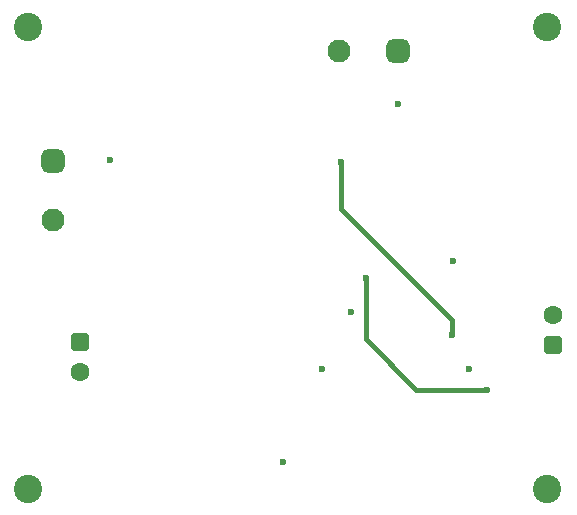
<source format=gbr>
G04*
G04 #@! TF.GenerationSoftware,Altium Limited,Altium Designer,24.1.2 (44)*
G04*
G04 Layer_Physical_Order=4*
G04 Layer_Color=16711680*
%FSLAX44Y44*%
%MOMM*%
G71*
G04*
G04 #@! TF.SameCoordinates,8F0F3E8E-BFDB-4773-B97D-B54856440852*
G04*
G04*
G04 #@! TF.FilePolarity,Positive*
G04*
G01*
G75*
%ADD32C,0.3810*%
%ADD33C,2.4000*%
G04:AMPARAMS|DCode=34|XSize=1.6mm|YSize=1.6mm|CornerRadius=0.4mm|HoleSize=0mm|Usage=FLASHONLY|Rotation=270.000|XOffset=0mm|YOffset=0mm|HoleType=Round|Shape=RoundedRectangle|*
%AMROUNDEDRECTD34*
21,1,1.6000,0.8000,0,0,270.0*
21,1,0.8000,1.6000,0,0,270.0*
1,1,0.8000,-0.4000,-0.4000*
1,1,0.8000,-0.4000,0.4000*
1,1,0.8000,0.4000,0.4000*
1,1,0.8000,0.4000,-0.4000*
%
%ADD34ROUNDEDRECTD34*%
%ADD35C,1.6000*%
%ADD36C,1.9500*%
G04:AMPARAMS|DCode=37|XSize=1.95mm|YSize=1.95mm|CornerRadius=0.4875mm|HoleSize=0mm|Usage=FLASHONLY|Rotation=180.000|XOffset=0mm|YOffset=0mm|HoleType=Round|Shape=RoundedRectangle|*
%AMROUNDEDRECTD37*
21,1,1.9500,0.9750,0,0,180.0*
21,1,0.9750,1.9500,0,0,180.0*
1,1,0.9750,-0.4875,0.4875*
1,1,0.9750,0.4875,0.4875*
1,1,0.9750,0.4875,-0.4875*
1,1,0.9750,-0.4875,-0.4875*
%
%ADD37ROUNDEDRECTD37*%
G04:AMPARAMS|DCode=38|XSize=1.95mm|YSize=1.95mm|CornerRadius=0.4875mm|HoleSize=0mm|Usage=FLASHONLY|Rotation=270.000|XOffset=0mm|YOffset=0mm|HoleType=Round|Shape=RoundedRectangle|*
%AMROUNDEDRECTD38*
21,1,1.9500,0.9750,0,0,270.0*
21,1,0.9750,1.9500,0,0,270.0*
1,1,0.9750,-0.4875,-0.4875*
1,1,0.9750,-0.4875,0.4875*
1,1,0.9750,0.4875,0.4875*
1,1,0.9750,0.4875,-0.4875*
%
%ADD38ROUNDEDRECTD38*%
%ADD39C,0.6000*%
D32*
X996618Y831166D02*
Y870790D01*
Y831166D02*
X1090930Y736854D01*
Y724154D02*
Y736854D01*
X1017524Y720598D02*
Y772668D01*
Y720598D02*
X1060062Y678060D01*
X1120020D01*
D33*
X1170940Y985520D02*
D03*
Y594360D02*
D03*
X731520D02*
D03*
Y985520D02*
D03*
D34*
X775970Y718820D02*
D03*
X1176020Y716280D02*
D03*
D35*
X775970Y693420D02*
D03*
X1176020Y741680D02*
D03*
D36*
X994810Y965240D02*
D03*
X753070Y822090D02*
D03*
D37*
X1044810Y965240D02*
D03*
D38*
X753070Y872090D02*
D03*
D39*
X1090930Y724154D02*
D03*
X996618Y870790D02*
D03*
X1120020Y678060D02*
D03*
X1017524Y772668D02*
D03*
X1104900Y695960D02*
D03*
X1005078Y744220D02*
D03*
X1044883Y920061D02*
D03*
X800862Y872236D02*
D03*
X947674Y617220D02*
D03*
X980186Y695960D02*
D03*
X1091692Y786638D02*
D03*
M02*

</source>
